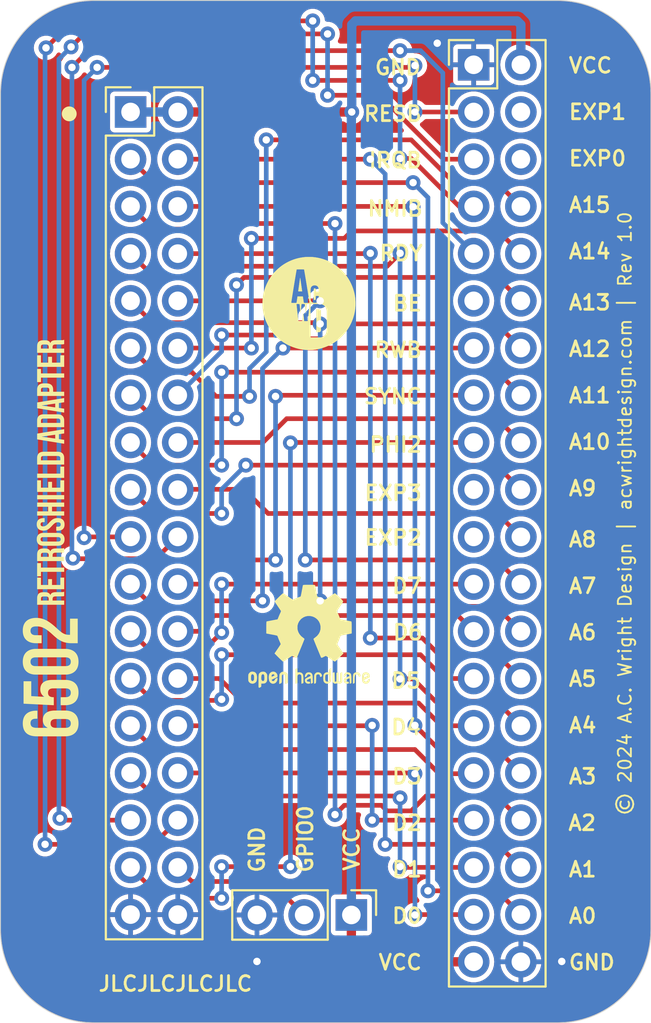
<source format=kicad_pcb>
(kicad_pcb (version 20240108) (generator "pcbnew") (generator_version "8.0")
  (title_block (title "6502 Retroshield Adapter") (date "2024-06-05") (rev "1.0") (company "A.C. Wright Design"))
  (layers (0 "F.Cu" signal "Top") (31 "B.Cu" signal "Bottom") (34 "B.Paste" user) (35 "F.Paste" user) (36 "B.SilkS" user "B.Silkscreen") (37 "F.SilkS" user "F.Silkscreen") (38 "B.Mask" user) (39 "F.Mask" user) (44 "Edge.Cuts" user))
  (net 0 "")
  (net 1 "GND")
  (net 2 "VCC")
  (net 3 "A2")
  (net 4 "A5")
  (net 5 "D0")
  (net 6 "IRQB")
  (net 7 "D3")
  (net 8 "D7")
  (net 9 "SYNC")
  (net 11 "A0")
  (net 12 "A9")
  (net 14 "NMIB")
  (net 15 "A1")
  (net 16 "RWB")
  (net 17 "A4")
  (net 18 "D5")
  (net 19 "A8")
  (net 20 "RESB")
  (net 21 "A15")
  (net 22 "A14")
  (net 23 "A13")
  (net 24 "A12")
  (net 25 "A11")
  (net 26 "A10")
  (net 27 "D2")
  (net 28 "D1")
  (net 29 "A6")
  (net 30 "D6")
  (net 31 "A7")
  (net 32 "A3")
  (net 33 "RDY")
  (net 36 "D4")
  (net 37 "PHI2")
  (net 39 "GPIO0")
  (footprint "Connector_PinHeader_2.54mm:PinHeader_2x20_P2.54mm_Vertical" (layer "F.Cu") (at 145.7611 77.2736)
    (property "Reference" "J1" (hide yes))
    (property "Value" "Conn_02x20_Odd_Even" (hide yes))
    (pad "1" thru_hole rect (at 0 0) (size 1.7 1.7) (drill 1) (layers "*.Cu" "*.Mask") (net 1 "GND"))
    (pad "2" thru_hole oval (at 2.54 0) (size 1.7 1.7) (drill 1) (layers "*.Cu" "*.Mask") (net 2 "VCC"))
    (pad "3" thru_hole oval (at 0 2.54) (size 1.7 1.7) (drill 1) (layers "*.Cu" "*.Mask") (net 20 "RESB"))
    (pad "4" thru_hole oval (at 2.54 2.54) (size 1.7 1.7) (drill 1) (layers "*.Cu" "*.Mask"))
    (pad "5" thru_hole oval (at 0 5.08) (size 1.7 1.7) (drill 1) (layers "*.Cu" "*.Mask") (net 6 "IRQB"))
    (pad "6" thru_hole oval (at 2.54 5.08) (size 1.7 1.7) (drill 1) (layers "*.Cu" "*.Mask"))
    (pad "7" thru_hole oval (at 0 7.62) (size 1.7 1.7) (drill 1) (layers "*.Cu" "*.Mask") (net 14 "NMIB"))
    (pad "8" thru_hole oval (at 2.54 7.62) (size 1.7 1.7) (drill 1) (layers "*.Cu" "*.Mask") (net 21 "A15"))
    (pad "9" thru_hole oval (at 0 10.16) (size 1.7 1.7) (drill 1) (layers "*.Cu" "*.Mask") (net 33 "RDY"))
    (pad "10" thru_hole oval (at 2.54 10.16) (size 1.7 1.7) (drill 1) (layers "*.Cu" "*.Mask") (net 22 "A14"))
    (pad "11" thru_hole oval (at 0 12.7) (size 1.7 1.7) (drill 1) (layers "*.Cu" "*.Mask"))
    (pad "12" thru_hole oval (at 2.54 12.7) (size 1.7 1.7) (drill 1) (layers "*.Cu" "*.Mask") (net 23 "A13"))
    (pad "13" thru_hole oval (at 0 15.24) (size 1.7 1.7) (drill 1) (layers "*.Cu" "*.Mask") (net 16 "RWB"))
    (pad "14" thru_hole oval (at 2.54 15.24) (size 1.7 1.7) (drill 1) (layers "*.Cu" "*.Mask") (net 24 "A12"))
    (pad "15" thru_hole oval (at 0 17.78) (size 1.7 1.7) (drill 1) (layers "*.Cu" "*.Mask") (net 9 "SYNC"))
    (pad "16" thru_hole oval (at 2.54 17.78) (size 1.7 1.7) (drill 1) (layers "*.Cu" "*.Mask") (net 25 "A11"))
    (pad "17" thru_hole oval (at 0 20.32) (size 1.7 1.7) (drill 1) (layers "*.Cu" "*.Mask") (net 37 "PHI2"))
    (pad "18" thru_hole oval (at 2.54 20.32) (size 1.7 1.7) (drill 1) (layers "*.Cu" "*.Mask") (net 26 "A10"))
    (pad "19" thru_hole oval (at 0 22.86) (size 1.7 1.7) (drill 1) (layers "*.Cu" "*.Mask"))
    (pad "20" thru_hole oval (at 2.54 22.86) (size 1.7 1.7) (drill 1) (layers "*.Cu" "*.Mask") (net 12 "A9"))
    (pad "21" thru_hole oval (at 0 25.4) (size 1.7 1.7) (drill 1) (layers "*.Cu" "*.Mask"))
    (pad "22" thru_hole oval (at 2.54 25.4) (size 1.7 1.7) (drill 1) (layers "*.Cu" "*.Mask") (net 19 "A8"))
    (pad "23" thru_hole oval (at 0 27.94) (size 1.7 1.7) (drill 1) (layers "*.Cu" "*.Mask") (net 8 "D7"))
    (pad "24" thru_hole oval (at 2.54 27.94) (size 1.7 1.7) (drill 1) (layers "*.Cu" "*.Mask") (net 31 "A7"))
    (pad "25" thru_hole oval (at 0 30.48) (size 1.7 1.7) (drill 1) (layers "*.Cu" "*.Mask") (net 30 "D6"))
    (pad "26" thru_hole oval (at 2.54 30.48) (size 1.7 1.7) (drill 1) (layers "*.Cu" "*.Mask") (net 29 "A6"))
    (pad "27" thru_hole oval (at 0 33.02) (size 1.7 1.7) (drill 1) (layers "*.Cu" "*.Mask") (net 18 "D5"))
    (pad "28" thru_hole oval (at 2.54 33.02) (size 1.7 1.7) (drill 1) (layers "*.Cu" "*.Mask") (net 4 "A5"))
    (pad "29" thru_hole oval (at 0 35.56) (size 1.7 1.7) (drill 1) (layers "*.Cu" "*.Mask") (net 36 "D4"))
    (pad "30" thru_hole oval (at 2.54 35.56) (size 1.7 1.7) (drill 1) (layers "*.Cu" "*.Mask") (net 17 "A4"))
    (pad "31" thru_hole oval (at 0 38.1) (size 1.7 1.7) (drill 1) (layers "*.Cu" "*.Mask") (net 7 "D3"))
    (pad "32" thru_hole oval (at 2.54 38.1) (size 1.7 1.7) (drill 1) (layers "*.Cu" "*.Mask") (net 32 "A3"))
    (pad "33" thru_hole oval (at 0 40.64) (size 1.7 1.7) (drill 1) (layers "*.Cu" "*.Mask") (net 27 "D2"))
    (pad "34" thru_hole oval (at 2.54 40.64) (size 1.7 1.7) (drill 1) (layers "*.Cu" "*.Mask") (net 3 "A2"))
    (pad "35" thru_hole oval (at 0 43.18) (size 1.7 1.7) (drill 1) (layers "*.Cu" "*.Mask") (net 28 "D1"))
    (pad "36" thru_hole oval (at 2.54 43.18) (size 1.7 1.7) (drill 1) (layers "*.Cu" "*.Mask") (net 15 "A1"))
    (pad "37" thru_hole oval (at 0 45.72) (size 1.7 1.7) (drill 1) (layers "*.Cu" "*.Mask") (net 5 "D0"))
    (pad "38" thru_hole oval (at 2.54 45.72) (size 1.7 1.7) (drill 1) (layers "*.Cu" "*.Mask") (net 11 "A0"))
    (pad "39" thru_hole oval (at 0 48.26) (size 1.7 1.7) (drill 1) (layers "*.Cu" "*.Mask") (net 2 "VCC"))
    (pad "40" thru_hole oval (at 2.54 48.26) (size 1.7 1.7) (drill 1) (layers "*.Cu" "*.Mask") (net 1 "GND"))
  )
  (footprint "6502 Logos:6502 Retroshield Adapter Logo 3mm" (layer "F.Cu") (at 123.0011 101.4136 90)
    (property "Reference" "G***" (hide yes))
    (property "Value" "LOGO" (hide yes))
  )
  (footprint "Connector_PinHeader_2.54mm:PinHeader_1x03_P2.54mm_Vertical" (layer "F.Cu") (at 139.1811 123.0136 -90)
    (property "Reference" "J3" (hide yes))
    (property "Value" "GPIO" (hide yes))
    (pad "1" thru_hole rect (at 0 0 270) (size 1.7 1.7) (drill 1) (layers "*.Cu" "*.Mask") (net 2 "VCC"))
    (pad "2" thru_hole oval (at 0 2.54 270) (size 1.7 1.7) (drill 1) (layers "*.Cu" "*.Mask") (net 39 "GPIO0"))
    (pad "3" thru_hole oval (at 0 5.08 270) (size 1.7 1.7) (drill 1) (layers "*.Cu" "*.Mask") (net 1 "GND"))
  )
  (footprint "A.C. Wright Logo:A.C. Wright Logo 5mm" (layer "F.Cu") (at 136.9011 90.1136)
    (property "Reference" "G***" (hide yes))
    (property "Value" "LOGO" (hide yes))
  )
  (footprint "6502 Parts:RetroshieldHeader" (layer "F.Cu") (at 127.3011 79.8136)
    (property "Reference" "J2" (hide yes))
    (property "Value" "Retroshield" (hide yes))
    (pad "1" thru_hole rect (at 0 0) (size 1.7 1.7) (drill 1) (layers "*.Cu" "*.Mask") (net 2 "VCC"))
    (pad "2" thru_hole oval (at 0 2.54) (size 1.7 1.7) (drill 1) (layers "*.Cu" "*.Mask") (net 11 "A0"))
    (pad "3" thru_hole oval (at 0 5.08) (size 1.7 1.7) (drill 1) (layers "*.Cu" "*.Mask") (net 3 "A2"))
    (pad "4" thru_hole oval (at 0 7.62) (size 1.7 1.7) (drill 1) (layers "*.Cu" "*.Mask") (net 17 "A4"))
    (pad "5" thru_hole oval (at 0 10.16) (size 1.7 1.7) (drill 1) (layers "*.Cu" "*.Mask") (net 29 "A6"))
    (pad "6" thru_hole oval (at 0 12.7) (size 1.7 1.7) (drill 1) (layers "*.Cu" "*.Mask") (net 21 "A15"))
    (pad "7" thru_hole oval (at 0 15.24) (size 1.7 1.7) (drill 1) (layers "*.Cu" "*.Mask") (net 23 "A13"))
    (pad "8" thru_hole oval (at 0 17.78) (size 1.7 1.7) (drill 1) (layers "*.Cu" "*.Mask") (net 25 "A11"))
    (pad "9" thru_hole oval (at 0 20.32) (size 1.7 1.7) (drill 1) (layers "*.Cu" "*.Mask") (net 12 "A9"))
    (pad "10" thru_hole oval (at 0 22.86) (size 1.7 1.7) (drill 1) (layers "*.Cu" "*.Mask") (net 20 "RESB"))
    (pad "11" thru_hole oval (at 0 25.4) (size 1.7 1.7) (drill 1) (layers "*.Cu" "*.Mask") (net 16 "RWB"))
    (pad "12" thru_hole oval (at 0 27.94) (size 1.7 1.7) (drill 1) (layers "*.Cu" "*.Mask") (net 8 "D7"))
    (pad "13" thru_hole oval (at 0 30.48) (size 1.7 1.7) (drill 1) (layers "*.Cu" "*.Mask") (net 18 "D5"))
    (pad "14" thru_hole oval (at 0 33.02) (size 1.7 1.7) (drill 1) (layers "*.Cu" "*.Mask") (net 7 "D3"))
    (pad "15" thru_hole oval (at 0 35.56) (size 1.7 1.7) (drill 1) (layers "*.Cu" "*.Mask") (net 28 "D1"))
    (pad "16" thru_hole oval (at 0 38.1) (size 1.7 1.7) (drill 1) (layers "*.Cu" "*.Mask") (net 6 "IRQB"))
    (pad "17" thru_hole oval (at 0 40.64) (size 1.7 1.7) (drill 1) (layers "*.Cu" "*.Mask") (net 37 "PHI2"))
    (pad "18" thru_hole oval (at 0 43.18) (size 1.7 1.7) (drill 1) (layers "*.Cu" "*.Mask") (net 1 "GND"))
    (pad "19" thru_hole oval (at 2.54 43.18) (size 1.7 1.7) (drill 1) (layers "*.Cu" "*.Mask") (net 1 "GND"))
    (pad "20" thru_hole oval (at 2.54 40.64) (size 1.7 1.7) (drill 1) (layers "*.Cu" "*.Mask") (net 39 "GPIO0"))
    (pad "21" thru_hole oval (at 2.54 38.1) (size 1.7 1.7) (drill 1) (layers "*.Cu" "*.Mask") (net 14 "NMIB"))
    (pad "22" thru_hole oval (at 2.54 35.56) (size 1.7 1.7) (drill 1) (layers "*.Cu" "*.Mask") (net 5 "D0"))
    (pad "23" thru_hole oval (at 2.54 33.02) (size 1.7 1.7) (drill 1) (layers "*.Cu" "*.Mask") (net 27 "D2"))
    (pad "24" thru_hole oval (at 2.54 30.48) (size 1.7 1.7) (drill 1) (layers "*.Cu" "*.Mask") (net 36 "D4"))
    (pad "25" thru_hole oval (at 2.54 27.94) (size 1.7 1.7) (drill 1) (layers "*.Cu" "*.Mask") (net 30 "D6"))
    (pad "26" thru_hole oval (at 2.54 25.4) (size 1.7 1.7) (drill 1) (layers "*.Cu" "*.Mask") (net 9 "SYNC"))
    (pad "27" thru_hole oval (at 2.54 22.86) (size 1.7 1.7) (drill 1) (layers "*.Cu" "*.Mask") (net 33 "RDY"))
    (pad "28" thru_hole oval (at 2.54 20.32) (size 1.7 1.7) (drill 1) (layers "*.Cu" "*.Mask") (net 19 "A8"))
    (pad "29" thru_hole oval (at 2.54 17.78) (size 1.7 1.7) (drill 1) (layers "*.Cu" "*.Mask") (net 26 "A10"))
    (pad "30" thru_hole oval (at 2.54 15.24) (size 1.7 1.7) (drill 1) (layers "*.Cu" "*.Mask") (net 24 "A12"))
    (pad "31" thru_hole oval (at 2.54 12.7) (size 1.7 1.7) (drill 1) (layers "*.Cu" "*.Mask") (net 22 "A14"))
    (pad "32" thru_hole oval (at 2.54 10.16) (size 1.7 1.7) (drill 1) (layers "*.Cu" "*.Mask") (net 31 "A7"))
    (pad "33" thru_hole oval (at 2.54 7.62) (size 1.7 1.7) (drill 1) (layers "*.Cu" "*.Mask") (net 4 "A5"))
    (pad "34" thru_hole oval (at 2.54 5.08) (size 1.7 1.7) (drill 1) (layers "*.Cu" "*.Mask") (net 32 "A3"))
    (pad "35" thru_hole oval (at 2.54 2.54) (size 1.7 1.7) (drill 1) (layers "*.Cu" "*.Mask") (net 15 "A1"))
    (pad "36" thru_hole oval (at 2.54 0) (size 1.7 1.7) (drill 1) (layers "*.Cu" "*.Mask") (net 2 "VCC"))
  )
  (footprint "Symbol:OSHW-Logo2_7.3x6mm_SilkScreen" (layer "F.Cu") (at 136.9011 108.0136)
    (property "Reference" "REF**" (hide yes))
    (property "Value" "OSHW-Logo2_7.3x6mm_SilkScreen" (hide yes))
  )
  (gr_circle (center 124.0011 79.9136) (end 124.2011 79.9136) (stroke (width 0.4)) (fill none) (layer "F.SilkS"))
  (gr_arc (start 155.3011 123.8136) (mid 153.836634 127.349134) (end 150.3011 128.8136) (stroke (width 0.05)) (layer "Edge.Cuts"))
  (gr_line (start 125.3011 128.8136) (end 145.3011 128.8136) (stroke (width 0.05)) (layer "Edge.Cuts"))
  (gr_line (start 145.3011 73.8136) (end 125.3011 73.8136) (stroke (width 0.05)) (layer "Edge.Cuts"))
  (gr_arc (start 125.3011 128.8136) (mid 121.765566 127.349134) (end 120.3011 123.8136) (stroke (width 0.05)) (layer "Edge.Cuts"))
  (gr_arc (start 120.3011 78.8136) (mid 121.765566 75.278066) (end 125.3011 73.8136) (stroke (width 0.05)) (layer "Edge.Cuts"))
  (gr_line (start 150.3011 73.8136) (end 145.3011 73.8136) (stroke (width 0.05)) (layer "Edge.Cuts"))
  (gr_line (start 155.3011 123.8136) (end 155.3011 78.8136) (stroke (width 0.05)) (layer "Edge.Cuts"))
  (gr_arc (start 150.3011 73.8136) (mid 153.836634 75.278066) (end 155.3011 78.8136) (stroke (width 0.05)) (layer "Edge.Cuts"))
  (gr_line (start 145.3011 128.8136) (end 150.3011 128.8136) (stroke (width 0.05)) (layer "Edge.Cuts"))
  (gr_line (start 120.3011 123.8136) (end 120.3011 78.8136) (stroke (width 0.05)) (layer "Edge.Cuts"))
  (gr_text "GND" (at 143.0011 77.4136 0) (layer "F.SilkS") (effects (font (size 0.8 0.8) (thickness 0.15) (bold yes)) (justify right)))
  (gr_text "GND" (at 134.1011 120.8136 90) (layer "F.SilkS") (effects (font (size 0.8 0.8) (thickness 0.15) (bold yes)) (justify left)))
  (gr_text "D5" (at 143.0011 110.4136 0) (layer "F.SilkS") (effects (font (size 0.8 0.8) (thickness 0.15) (bold yes)) (justify right)))
  (gr_text "A7" (at 150.8011 105.3136 0) (layer "F.SilkS") (effects (font (size 0.8 0.8) (thickness 0.15) (bold yes)) (justify left)))
  (gr_text "EXP2" (at 143.0511 102.7136 0) (layer "F.SilkS") (effects (font (size 0.8 0.8) (thickness 0.15) (bold yes)) (justify right)))
  (gr_text "EXP0" (at 150.8011 82.3136 0) (layer "F.SilkS") (effects (font (size 0.8 0.8) (thickness 0.15) (bold yes)) (justify left)))
  (gr_text "RESB" (at 143.0511 79.9136 0) (layer "F.SilkS") (effects (font (size 0.8 0.8) (thickness 0.15) (bold yes)) (justify right)))
  (gr_text "PHI2" (at 143.0511 97.7136 0) (layer "F.SilkS") (effects (font (size 0.8 0.8) (thickness 0.15) (bold yes)) (justify right)))
  (gr_text "A4" (at 150.8011 112.8136 0) (layer "F.SilkS") (effects (font (size 0.8 0.8) (thickness 0.15) (bold yes)) (justify left)))
  (gr_text "A1" (at 150.8011 120.5636 0) (layer "F.SilkS") (effects (font (size 0.8 0.8) (thickness 0.15) (bold yes)) (justify left)))
  (gr_text "VCC" (at 143.0511 125.5636 0) (layer "F.SilkS") (effects (font (size 0.8 0.8) (thickness 0.15) (bold yes)) (justify right)))
  (gr_text "A2" (at 150.7761 118.0636 0) (layer "F.SilkS") (effects (font (size 0.8 0.8) (thickness 0.15) (bold yes)) (justify left)))
  (gr_text "A12" (at 150.8011 92.5636 0) (layer "F.SilkS") (effects (font (size 0.8 0.8) (thickness 0.15) (bold yes)) (justify left)))
  (gr_text "VCC" (at 150.8011 77.3136 0) (layer "F.SilkS") (effects (font (size 0.8 0.8) (thickness 0.15) (bold yes)) (justify left)))
  (gr_text "D2" (at 143.0511 118.0636 0) (layer "F.SilkS") (effects (font (size 0.8 0.8) (thickness 0.15) (bold yes)) (justify right)))
  (gr_text "SYNC" (at 143.0511 95.1136 0) (layer "F.SilkS") (effects (font (size 0.8 0.8) (thickness 0.15) (bold yes)) (justify right)))
  (gr_text "D1" (at 143.0511 120.5636 0) (layer "F.SilkS") (effects (font (size 0.8 0.8) (thickness 0.15) (bold yes)) (justify right)))
  (gr_text "A6" (at 150.8011 107.8136 0) (layer "F.SilkS") (effects (font (size 0.8 0.8) (thickness 0.15) (bold yes)) (justify left)))
  (gr_text "GND" (at 150.8011 125.5636 0) (layer "F.SilkS") (effects (font (size 0.8 0.8) (thickness 0.15) (bold yes)) (justify left)))
  (gr_text "BE" (at 143.0511 90.1136 0) (layer "F.SilkS") (effects (font (size 0.8 0.8) (thickness 0.15) (bold yes)) (justify right)))
  (gr_text "A0" (at 150.8011 123.0636 0) (layer "F.SilkS") (effects (font (size 0.8 0.8) (thickness 0.15) (bold yes)) (justify left)))
  (gr_text "A13" (at 150.8011 90.0636 0) (layer "F.SilkS") (effects (font (size 0.8 0.8) (thickness 0.15) (bold yes)) (justify left)))
  (gr_text "D4" (at 143.0011 112.9136 0) (layer "F.SilkS") (effects (font (size 0.8 0.8) (thickness 0.15) (bold yes)) (justify right)))
  (gr_text "D0" (at 143.0511 123.0636 0) (layer "F.SilkS") (effects (font (size 0.8 0.8) (thickness 0.15) (bold yes)) (justify right)))
  (gr_text "D7" (at 143.0511 105.3136 0) (layer "F.SilkS") (effects (font (size 0.8 0.8) (thickness 0.15) (bold yes)) (justify right)))
  (gr_text "JLCJLCJLCJLC" (at 125.5011 126.7136 0) (layer "F.SilkS") (effects (font (size 0.8 0.8)) (justify left)))
  (gr_text "A10" (at 150.8011 97.5636 0) (layer "F.SilkS") (effects (font (size 0.8 0.8) (thickness 0.15) (bold yes)) (justify left)))
  (gr_text "A15" (at 150.8011 84.8136 0) (layer "F.SilkS") (effects (font (size 0.8 0.8) (thickness 0.15) (bold yes)) (justify left)))
  (gr_text "VCC" (at 139.2011 120.7136 90) (layer "F.SilkS") (effects (font (size 0.8 0.8) (thickness 0.15) (bold yes)) (justify left)))
  (gr_text "RDY" (at 143.1011 87.4136 0) (layer "F.SilkS") (effects (font (size 0.8 0.8) (thickness 0.15) (bold yes)) (justify right)))
  (gr_text "D6" (at 143.1011 107.8136 0) (layer "F.SilkS") (effects (font (size 0.8 0.8) (thickness 0.15) (bold yes)) (justify right)))
  (gr_text "© 2024 A.C. Wright Design | acwrightdesign.com | Rev 1.0" (at 153.9011 101.4136 90) (layer "F.SilkS") (effects (font (size 0.7 0.7) (thickness 0.1))))
  (gr_text "NMIB" (at 143.1011 85.0136 0) (layer "F.SilkS") (effects (font (size 0.8 0.8) (thickness 0.15) (bold yes)) (justify right)))
  (gr_text "RWB" (at 143.0511 92.6136 0) (layer "F.SilkS") (effects (font (size 0.8 0.8) (thickness 0.15) (bold yes)) (justify right)))
  (gr_text "A14" (at 150.8011 87.3136 0) (layer "F.SilkS") (effects (font (size 0.8 0.8) (thickness 0.15) (bold yes)) (justify left)))
  (gr_text "A11" (at 150.8011 95.0636 0) (layer "F.SilkS") (effects (font (size 0.8 0.8) (thickness 0.15) (bold yes)) (justify left)))
  (gr_text "EXP1" (at 150.8011 79.8136 0) (layer "F.SilkS") (effects (font (size 0.8 0.8) (thickness 0.15) (bold yes)) (justify left)))
  (gr_text "GPIO0" (at 136.7011 120.8136 90) (layer "F.SilkS") (effects (font (size 0.8 0.8) (thickness 0.15) (bold yes)) (justify left)))
  (gr_text "IRQB" (at 143.0511 82.4136 0) (layer "F.SilkS") (effects (font (size 0.8 0.8) (thickness 0.15) (bold yes)) (justify right)))
  (gr_text "D3" (at 143.0511 115.5636 0) (layer "F.SilkS") (effects (font (size 0.8 0.8) (thickness 0.15) (bold yes)) (justify right)))
  (gr_text "EXP3\n" (at 143.0511 100.3136 0) (layer "F.SilkS") (effects (font (size 0.8 0.8) (thickness 0.15) (bold yes)) (justify right)))
  (gr_text "A3" (at 150.8011 115.5636 0) (layer "F.SilkS") (effects (font (size 0.8 0.8) (thickness 0.15) (bold yes)) (justify left)))
  (gr_text "A5" (at 150.8011 110.3136 0) (layer "F.SilkS") (effects (font (size 0.8 0.8) (thickness 0.15) (bold yes)) (justify left)))
  (gr_text "A9" (at 150.8011 100.0636 0) (layer "F.SilkS") (effects (font (size 0.8 0.8) (thickness 0.15) (bold yes)) (justify left)))
  (gr_text "A8" (at 150.8011 102.8136 0) (layer "F.SilkS") (effects (font (size 0.8 0.8) (thickness 0.15) (bold yes)) (justify left)))
  (via (at 143.8011 76.1136) (size 0.8) (drill 0.4) (layers "F.Cu" "B.Cu") (net 1))
  (via (at 150.5011 125.5136) (size 0.8) (drill 0.4) (layers "F.Cu" "B.Cu") (net 1))
  (via (at 134.1011 125.5136) (size 0.8) (drill 0.4) (layers "F.Cu" "B.Cu") (net 1))
  (segment (start 139.2011 79.8136) (end 129.8411 79.8136) (width 0.5) (layer "F.Cu") (net 2))
  (segment (start 139.1811 125.2936) (end 139.1811 123.0136) (width 0.5) (layer "F.Cu") (net 2))
  (segment (start 145.7611 125.5336) (end 139.4211 125.5336) (width 0.5) (layer "F.Cu") (net 2))
  (segment (start 139.4211 125.5336) (end 139.1811 125.2936) (width 0.5) (layer "F.Cu") (net 2))
  (via (at 139.2011 79.8136) (size 0.8) (drill 0.4) (layers "F.Cu" "B.Cu") (net 2))
  (segment (start 148.1011 74.9136) (end 139.4011 74.9136) (width 0.5) (layer "B.Cu") (net 2))
  (segment (start 139.4011 74.9136) (end 139.2011 75.1136) (width 0.5) (layer "B.Cu") (net 2))
  (segment (start 139.1811 123.0136) (end 139.1811 79.8336) (width 0.5) (layer "B.Cu") (net 2))
  (segment (start 127.3011 79.8136) (end 129.8411 79.8136) (width 0.5) (layer "B.Cu") (net 2))
  (segment (start 148.3011 77.2736) (end 148.3011 75.1136) (width 0.5) (layer "B.Cu") (net 2))
  (segment (start 148.3011 75.1136) (end 148.1011 74.9136) (width 0.5) (layer "B.Cu") (net 2))
  (segment (start 139.1811 79.8336) (end 139.2011 79.8136) (width 0.5) (layer "B.Cu") (net 2))
  (segment (start 139.2011 75.1136) (end 139.2011 79.8136) (width 0.5) (layer "B.Cu") (net 2))
  (segment (start 131.3011 85.8136) (end 131.0011 86.1136) (width 0.25) (layer "F.Cu") (net 3))
  (segment (start 138.8011 117.1136) (end 138.3011 117.6136) (width 0.25) (layer "F.Cu") (net 3))
  (segment (start 131.0011 86.1136) (end 128.5211 86.1136) (width 0.25) (layer "F.Cu") (net 3))
  (segment (start 138.3011 85.8136) (end 131.3011 85.8136) (width 0.25) (layer "F.Cu") (net 3))
  (segment (start 128.5211 86.1136) (end 127.3011 84.8936) (width 0.25) (layer "F.Cu") (net 3))
  (segment (start 148.3011 117.9136) (end 147.0011 116.6136) (width 0.25) (layer "F.Cu") (net 3))
  (segment (start 142.4011 117.4136) (end 141.1011 117.4136) (width 0.25) (layer "F.Cu") (net 3))
  (segment (start 143.2011 116.6136) (end 142.4011 117.4136) (width 0.25) (layer "F.Cu") (net 3))
  (segment (start 141.1011 117.4136) (end 140.8011 117.1136) (width 0.25) (layer "F.Cu") (net 3))
  (segment (start 147.0011 116.6136) (end 143.2011 116.6136) (width 0.25) (layer "F.Cu") (net 3))
  (segment (start 140.8011 117.1136) (end 138.8011 117.1136) (width 0.25) (layer "F.Cu") (net 3))
  (via (at 138.3011 117.6136) (size 0.8) (drill 0.4) (layers "F.Cu" "B.Cu") (net 3))
  (via (at 138.3011 85.8136) (size 0.8) (drill 0.4) (layers "F.Cu" "B.Cu") (net 3))
  (segment (start 138.3011 85.8136) (end 138.3011 117.6136) (width 0.25) (layer "B.Cu") (net 3))
  (segment (start 147.0211 109.0136) (end 148.3011 110.2936) (width 0.25) (layer "F.Cu") (net 4))
  (segment (start 140.1811 87.4336) (end 140.2011 87.4136) (width 0.25) (layer "F.Cu") (net 4))
  (segment (start 143.9011 109.0136) (end 147.0211 109.0136) (width 0.25) (layer "F.Cu") (net 4))
  (segment (start 129.8411 87.4336) (end 140.1811 87.4336) (width 0.25) (layer "F.Cu") (net 4))
  (segment (start 143.0011 108.1136) (end 143.9011 109.0136) (width 0.25) (layer "F.Cu") (net 4))
  (segment (start 140.2011 108.1136) (end 143.0011 108.1136) (width 0.25) (layer "F.Cu") (net 4))
  (via (at 140.2011 108.1136) (size 0.8) (drill 0.4) (layers "F.Cu" "B.Cu") (net 4))
  (via (at 140.2011 87.4136) (size 0.8) (drill 0.4) (layers "F.Cu" "B.Cu") (net 4))
  (segment (start 140.2011 108.1136) (end 140.2011 87.4136) (width 0.25) (layer "B.Cu") (net 4))
  (segment (start 145.7611 122.9936) (end 142.6211 122.9936) (width 0.25) (layer "F.Cu") (net 5))
  (segment (start 142.6211 122.9936) (end 142.6011 123.0136) (width 0.25) (layer "F.Cu") (net 5))
  (segment (start 142.5611 115.3736) (end 129.8411 115.3736) (width 0.25) (layer "F.Cu") (net 5))
  (segment (start 142.6011 115.4136) (end 142.5611 115.3736) (width 0.25) (layer "F.Cu") (net 5))
  (via (at 142.6011 123.0136) (size 0.8) (drill 0.4) (layers "F.Cu" "B.Cu") (net 5))
  (via (at 142.6011 115.4136) (size 0.8) (drill 0.4) (layers "F.Cu" "B.Cu") (net 5))
  (segment (start 142.6011 123.0136) (end 142.6011 115.4136) (width 0.25) (layer "B.Cu") (net 5))
  (segment (start 124.1011 76.3136) (end 124.8011 75.6136) (width 0.25) (layer "F.Cu") (net 6))
  (segment (start 123.6011 117.9136) (end 123.5011 117.8136) (width 0.25) (layer "F.Cu") (net 6))
  (segment (start 124.8011 75.6136) (end 137.9011 75.6136) (width 0.25) (layer "F.Cu") (net 6))
  (segment (start 127.3011 117.9136) (end 123.6011 117.9136) (width 0.25) (layer "F.Cu") (net 6))
  (segment (start 137.9011 78.9136) (end 140.7011 78.9136) (width 0.25) (layer "F.Cu") (net 6))
  (segment (start 140.7011 78.9136) (end 144.1411 82.3536) (width 0.25) (layer "F.Cu") (net 6))
  (segment (start 144.1411 82.3536) (end 145.7611 82.3536) (width 0.25) (layer "F.Cu") (net 6))
  (via (at 137.9011 78.9136) (size 0.8) (drill 0.4) (layers "F.Cu" "B.Cu") (net 6))
  (via (at 123.5011 117.8136) (size 0.8) (drill 0.4) (layers "F.Cu" "B.Cu") (net 6))
  (via (at 137.9011 75.6136) (size 0.8) (drill 0.4) (layers "F.Cu" "B.Cu") (net 6))
  (via (at 124.1011 76.3136) (size 0.8) (drill 0.4) (layers "F.Cu" "B.Cu") (net 6))
  (segment (start 124.1011 76.3136) (end 123.4461 76.9686) (width 0.25) (layer "B.Cu") (net 6))
  (segment (start 123.4461 76.9686) (end 123.4461 117.7586) (width 0.25) (layer "B.Cu") (net 6))
  (segment (start 123.4461 117.7586) (end 123.5011 117.8136) (width 0.25) (layer "B.Cu") (net 6))
  (segment (start 137.9011 78.9136) (end 137.9011 75.6136) (width 0.25) (layer "B.Cu") (net 6))
  (segment (start 145.7611 115.3736) (end 145.7211 115.4136) (width 0.25) (layer "F.Cu") (net 7))
  (segment (start 143.9011 115.4136) (end 142.6011 114.1136) (width 0.25) (layer "F.Cu") (net 7))
  (segment (start 128.5811 114.1136) (end 127.3011 112.8336) (width 0.25) (layer "F.Cu") (net 7))
  (segment (start 145.7211 115.4136) (end 143.9011 115.4136) (width 0.25) (layer "F.Cu") (net 7))
  (segment (start 142.6011 114.1136) (end 128.5811 114.1136) (width 0.25) (layer "F.Cu") (net 7))
  (segment (start 127.3011 107.7536) (end 128.5611 109.0136) (width 0.25) (layer "F.Cu") (net 8))
  (segment (start 128.5611 109.0136) (end 130.0011 109.0136) (width 0.25) (layer "F.Cu") (net 8))
  (segment (start 131.0011 109.0136) (end 132.2011 107.8136) (width 0.25) (layer "F.Cu") (net 8))
  (segment (start 130.0011 109.0136) (end 131.0011 109.0136) (width 0.25) (layer "F.Cu") (net 8))
  (segment (start 132.2011 105.2136) (end 145.7611 105.2136) (width 0.25) (layer "F.Cu") (net 8))
  (via (at 132.2011 105.2136) (size 0.8) (drill 0.4) (layers "F.Cu" "B.Cu") (net 8))
  (via (at 132.2011 107.8136) (size 0.8) (drill 0.4) (layers "F.Cu" "B.Cu") (net 8))
  (segment (start 132.2011 107.8136) (end 132.2011 105.2136) (width 0.25) (layer "B.Cu") (net 8))
  (segment (start 145.7611 95.0536) (end 135.1611 95.0536) (width 0.25) (layer "F.Cu") (net 9))
  (segment (start 135.1611 95.0536) (end 135.1011 95.1136) (width 0.25) (layer "F.Cu") (net 9))
  (segment (start 131.1011 105.2136) (end 129.8411 105.2136) (width 0.25) (layer "F.Cu") (net 9))
  (segment (start 135.1011 103.9136) (end 132.4011 103.9136) (width 0.25) (layer "F.Cu") (net 9))
  (segment (start 132.4011 103.9136) (end 131.1011 105.2136) (width 0.25) (layer "F.Cu") (net 9))
  (via (at 135.1011 95.1136) (size 0.8) (drill 0.4) (layers "F.Cu" "B.Cu") (net 9))
  (via (at 135.1011 103.9136) (size 0.8) (drill 0.4) (layers "F.Cu" "B.Cu") (net 9))
  (segment (start 135.1011 95.1136) (end 135.1011 103.9136) (width 0.25) (layer "B.Cu") (net 9))
  (segment (start 148.3011 122.9936) (end 147.0211 121.7136) (width 0.25) (layer "F.Cu") (net 11))
  (segment (start 147.0211 121.7136) (end 145.5011 121.7136) (width 0.25) (layer "F.Cu") (net 11))
  (segment (start 142.5011 83.6136) (end 128.5611 83.6136) (width 0.25) (layer "F.Cu") (net 11))
  (segment (start 145.5011 121.7136) (end 143.3011 121.7136) (width 0.25) (layer "F.Cu") (net 11))
  (segment (start 128.5611 83.6136) (end 127.3011 82.3536) (width 0.25) (layer "F.Cu") (net 11))
  (via (at 143.3011 121.7136) (size 0.8) (drill 0.4) (layers "F.Cu" "B.Cu") (net 11))
  (via (at 142.5011 83.6136) (size 0.8) (drill 0.4) (layers "F.Cu" "B.Cu") (net 11))
  (segment (start 143.3011 84.4136) (end 142.5011 83.6136) (width 0.25) (layer "B.Cu") (net 11))
  (segment (start 143.3011 121.7136) (end 143.3011 84.4136) (width 0.25) (layer "B.Cu") (net 11))
  (segment (start 146.9811 98.8136) (end 148.3011 100.1336) (width 0.25) (layer "F.Cu") (net 12))
  (segment (start 133.5011 98.8136) (end 146.9811 98.8136) (width 0.25) (layer "F.Cu") (net 12))
  (segment (start 130.3011 101.4136) (end 132.2011 101.4136) (width 0.25) (layer "F.Cu") (net 12))
  (segment (start 128.5811 101.4136) (end 130.3011 101.4136) (width 0.25) (layer "F.Cu") (net 12))
  (segment (start 127.3011 100.1336) (end 128.5811 101.4136) (width 0.25) (layer "F.Cu") (net 12))
  (via (at 133.5011 98.8136) (size 0.8) (drill 0.4) (layers "F.Cu" "B.Cu") (net 12))
  (via (at 132.2011 101.4136) (size 0.8) (drill 0.4) (layers "F.Cu" "B.Cu") (net 12))
  (segment (start 132.2011 100.1136) (end 132.2011 101.4136) (width 0.25) (layer "B.Cu") (net 12))
  (segment (start 133.5011 98.8136) (end 132.2011 100.1136) (width 0.25) (layer "B.Cu") (net 12))
  (segment (start 122.7011 119.2136) (end 128.5411 119.2136) (width 0.25) (layer "F.Cu") (net 14))
  (segment (start 143.4011 83.3136) (end 142.4011 82.3136) (width 0.25) (layer "F.Cu") (net 14))
  (segment (start 124.2011 74.9136) (end 137.1011 74.9136) (width 0.25) (layer "F.Cu") (net 14))
  (segment (start 144.9811 84.8936) (end 143.4011 83.3136) (width 0.25) (layer "F.Cu") (net 14))
  (segment (start 145.7611 84.8936) (end 144.9811 84.8936) (width 0.25) (layer "F.Cu") (net 14))
  (segment (start 142.4011 82.3136) (end 141.8011 82.3136) (width 0.25) (layer "F.Cu") (net 14))
  (segment (start 122.7511 76.3636) (end 124.2011 74.9136) (width 0.25) (layer "F.Cu") (net 14))
  (segment (start 141.8011 78.1136) (end 137.1011 78.1136) (width 0.25) (layer "F.Cu") (net 14))
  (segment (start 128.5411 119.2136) (end 129.8411 117.9136) (width 0.25) (layer "F.Cu") (net 14))
  (via (at 137.1011 78.1136) (size 0.8) (drill 0.4) (layers "F.Cu" "B.Cu") (net 14))
  (via (at 141.8011 78.1136) (size 0.8) (drill 0.4) (layers "F.Cu" "B.Cu") (net 14))
  (via (at 122.7511 76.3636) (size 0.8) (drill 0.4) (layers "F.Cu" "B.Cu") (net 14))
  (via (at 137.1011 74.9136) (size 0.8) (drill 0.4) (layers "F.Cu" "B.Cu") (net 14))
  (via (at 141.8011 82.3136) (size 0.8) (drill 0.4) (layers "F.Cu" "B.Cu") (net 14))
  (via (at 122.7011 119.2136) (size 0.8) (drill 0.4) (layers "F.Cu" "B.Cu") (net 14))
  (segment (start 122.7011 76.4136) (end 122.7511 76.3636) (width 0.25) (layer "B.Cu") (net 14))
  (segment (start 122.7011 119.2136) (end 122.7011 76.4136) (width 0.25) (layer "B.Cu") (net 14))
  (segment (start 137.1011 78.1136) (end 137.1011 74.9136) (width 0.25) (layer "B.Cu") (net 14))
  (segment (start 141.8011 82.3136) (end 141.8011 78.1136) (width 0.25) (layer "B.Cu") (net 14))
  (segment (start 147.0611 119.2136) (end 146.0011 119.2136) (width 0.25) (layer "F.Cu") (net 15))
  (segment (start 140.2011 82.3536) (end 129.8411 82.3536) (width 0.25) (layer "F.Cu") (net 15))
  (segment (start 146.0011 119.2136) (end 141.0011 119.2136) (width 0.25) (layer "F.Cu") (net 15))
  (segment (start 148.3011 120.4536) (end 147.0611 119.2136) (width 0.25) (layer "F.Cu") (net 15))
  (via (at 140.2011 82.3536) (size 0.8) (drill 0.4) (layers "F.Cu" "B.Cu") (net 15))
  (via (at 141.0011 119.2136) (size 0.8) (drill 0.4) (layers "F.Cu" "B.Cu") (net 15))
  (segment (start 141.0011 83.1536) (end 140.2011 82.3536) (width 0.25) (layer "B.Cu") (net 15))
  (segment (start 141.0011 119.2136) (end 141.0011 83.1536) (width 0.25) (layer "B.Cu") (net 15))
  (segment (start 130.8011 106.5136) (end 128.6011 106.5136) (width 0.25) (layer "F.Cu") (net 16))
  (segment (start 135.5011 92.5136) (end 145.7611 92.5136) (width 0.25) (layer "F.Cu") (net 16))
  (segment (start 131.2011 106.1136) (end 130.8011 106.5136) (width 0.25) (layer "F.Cu") (net 16))
  (segment (start 134.4011 106.1136) (end 131.2011 106.1136) (width 0.25) (layer "F.Cu") (net 16))
  (segment (start 128.6011 106.5136) (end 127.3011 105.2136) (width 0.25) (layer "F.Cu") (net 16))
  (via (at 134.4011 106.1136) (size 0.8) (drill 0.4) (layers "F.Cu" "B.Cu") (net 16))
  (via (at 135.5011 92.5136) (size 0.8) (drill 0.4) (layers "F.Cu" "B.Cu") (net 16))
  (segment (start 134.4011 93.6136) (end 134.4011 106.1136) (width 0.25) (layer "B.Cu") (net 16))
  (segment (start 135.5011 92.5136) (end 134.4011 93.6136) (width 0.25) (layer "B.Cu") (net 16))
  (segment (start 131.0011 88.7136) (end 128.5811 88.7136) (width 0.25) (layer "F.Cu") (net 17))
  (segment (start 128.5811 88.7136) (end 127.3011 87.4336) (width 0.25) (layer "F.Cu") (net 17))
  (segment (start 141.1011 88.1136) (end 131.6011 88.1136) (width 0.25) (layer "F.Cu") (net 17))
  (segment (start 146.9811 111.5136) (end 143.7011 111.5136) (width 0.25) (layer "F.Cu") (net 17))
  (segment (start 143.7011 111.5136) (end 142.5011 110.3136) (width 0.25) (layer "F.Cu") (net 17))
  (segment (start 148.3011 112.8336) (end 146.9811 111.5136) (width 0.25) (layer "F.Cu") (net 17))
  (segment (start 131.6011 88.1136) (end 131.0011 88.7136) (width 0.25) (layer "F.Cu") (net 17))
  (segment (start 142.5011 110.3136) (end 141.8011 110.3136) (width 0.25) (layer "F.Cu") (net 17))
  (segment (start 141.8011 87.4136) (end 141.1011 88.1136) (width 0.25) (layer "F.Cu") (net 17))
  (via (at 141.8011 87.4136) (size 0.8) (drill 0.4) (layers "F.Cu" "B.Cu") (net 17))
  (via (at 141.8011 110.3136) (size 0.8) (drill 0.4) (layers "F.Cu" "B.Cu") (net 17))
  (segment (start 141.8011 110.3136) (end 141.8011 87.4136) (width 0.25) (layer "B.Cu") (net 17))
  (segment (start 132.2011 109.0136) (end 142.9011 109.0136) (width 0.25) (layer "F.Cu") (net 18))
  (segment (start 144.2011 110.3136) (end 144.2211 110.2936) (width 0.25) (layer "F.Cu") (net 18))
  (segment (start 144.2211 110.2936) (end 145.7611 110.2936) (width 0.25) (layer "F.Cu") (net 18))
  (segment (start 132.1461 111.4686) (end 132.2011 111.4136) (width 0.25) (layer "F.Cu") (net 18))
  (segment (start 142.9011 109.0136) (end 144.2011 110.3136) (width 0.25) (layer "F.Cu") (net 18))
  (segment (start 127.3011 110.2936) (end 128.4761 111.4686) (width 0.25) (layer "F.Cu") (net 18))
  (segment (start 128.4761 111.4686) (end 132.1461 111.4686) (width 0.25) (layer "F.Cu") (net 18))
  (via (at 132.2011 109.0136) (size 0.8) (drill 0.4) (layers "F.Cu" "B.Cu") (net 18))
  (via (at 132.2011 111.4136) (size 0.8) (drill 0.4) (layers "F.Cu" "B.Cu") (net 18))
  (segment (start 132.2011 111.4136) (end 132.2011 109.0136) (width 0.25) (layer "B.Cu") (net 18))
  (segment (start 133.4011 100.1136) (end 129.8611 100.1136) (width 0.25) (layer "F.Cu") (net 19))
  (segment (start 134.7011 101.4136) (end 133.4011 100.1136) (width 0.25) (layer "F.Cu") (net 19))
  (segment (start 129.8611 100.1136) (end 129.8411 100.1336) (width 0.25) (layer "F.Cu") (net 19))
  (segment (start 147.0411 101.4136) (end 134.7011 101.4136) (width 0.25) (layer "F.Cu") (net 19))
  (segment (start 148.3011 102.6736) (end 147.0411 101.4136) (width 0.25) (layer "F.Cu") (net 19))
  (segment (start 127.3011 102.6736) (end 124.8411 102.6736) (width 0.25) (layer "F.Cu") (net 20))
  (segment (start 142.6011 79.8136) (end 145.7611 79.8136) (width 0.25) (layer "F.Cu") (net 20))
  (segment (start 124.8411 102.6736) (end 124.8011 102.7136) (width 0.25) (layer "F.Cu") (net 20))
  (segment (start 142.5011 77.4136) (end 142.6011 77.3136) (width 0.25) (layer "F.Cu") (net 20))
  (segment (start 125.5011 77.4136) (end 142.5011 77.4136) (width 0.25) (layer "F.Cu") (net 20))
  (via (at 125.5011 77.4136) (size 0.8) (drill 0.4) (layers "F.Cu" "B.Cu") (net 20))
  (via (at 142.6011 79.8136) (size 0.8) (drill 0.4) (layers "F.Cu" "B.Cu") (net 20))
  (via (at 142.6011 77.3136) (size 0.8) (drill 0.4) (layers "F.Cu" "B.Cu") (net 20))
  (via (at 124.8011 102.7136) (size 0.8) (drill 0.4) (layers "F.Cu" "B.Cu") (net 20))
  (segment (start 142.6011 77.3136) (end 142.6011 79.8136) (width 0.25) (layer "B.Cu") (net 20))
  (segment (start 124.8011 78.1136) (end 125.5011 77.4136) (width 0.25) (layer "B.Cu") (net 20))
  (segment (start 124.8011 102.7136) (end 124.8011 78.1136) (width 0.25) (layer "B.Cu") (net 20))
  (segment (start 147.0211 83.6136) (end 148.3011 84.8936) (width 0.25) (layer "F.Cu") (net 21))
  (segment (start 130.6011 93.8136) (end 128.6011 93.8136) (width 0.25) (layer "F.Cu") (net 21))
  (segment (start 133.7011 95.1136) (end 131.9011 95.1136) (width 0.25) (layer "F.Cu") (net 21))
  (segment (start 142.4011 81.3136) (end 144.7011 83.6136) (width 0.25) (layer "F.Cu") (net 21))
  (segment (start 128.6011 93.8136) (end 127.3011 92.5136) (width 0.25) (layer "F.Cu") (net 21))
  (segment (start 144.7011 83.6136) (end 147.0211 83.6136) (width 0.25) (layer "F.Cu") (net 21))
  (segment (start 134.6011 81.3136) (end 142.4011 81.3136) (width 0.25) (layer "F.Cu") (net 21))
  (segment (start 131.9011 95.1136) (end 130.6011 93.8136) (width 0.25) (layer "F.Cu") (net 21))
  (via (at 134.6011 81.3136) (size 0.8) (drill 0.4) (layers "F.Cu" "B.Cu") (net 21))
  (via (at 133.7011 95.1136) (size 0.8) (drill 0.4) (layers "F.Cu" "B.Cu") (net 21))
  (segment (start 134.6011 81.3136) (end 134.6011 92.7136) (width 0.25) (layer "B.Cu") (net 21))
  (segment (start 133.7011 93.6136) (end 133.7011 95.1136) (width 0.25) (layer "B.Cu") (net 21))
  (segment (start 134.6011 92.7136) (end 133.7011 93.6136) (width 0.25) (layer "B.Cu") (net 21))
  (segment (start 147.0811 86.2136) (end 139.2011 86.2136) (width 0.25) (layer "F.Cu") (net 22))
  (segment (start 133.8011 92.5136) (end 129.8411 92.5136) (width 0.25) (layer "F.Cu") (net 22))
  (segment (start 139.2011 86.2136) (end 138.8011 86.6136) (width 0.25) (layer "F.Cu") (net 22))
  (segment (start 138.8011 86.6136) (end 133.8011 86.6136) (width 0.25) (layer "F.Cu") (net 22))
  (segment (start 148.3011 87.4336) (end 147.0811 86.2136) (width 0.25) (layer "F.Cu") (net 22))
  (via (at 133.8011 92.5136) (size 0.8) (drill 0.4) (layers "F.Cu" "B.Cu") (net 22))
  (via (at 133.8011 86.6136) (size 0.8) (drill 0.4) (layers "F.Cu" "B.Cu") (net 22))
  (segment (start 133.8011 86.6136) (end 133.8011 92.5136) (width 0.25) (layer "B.Cu") (net 22))
  (segment (start 147.0411 88.7136) (end 145.6011 88.7136) (width 0.25) (layer "F.Cu") (net 23))
  (segment (start 148.3011 89.9736) (end 147.0411 88.7136) (width 0.25) (layer "F.Cu") (net 23))
  (segment (start 145.6011 88.7136) (end 133.4011 88.7136) (width 0.25) (layer "F.Cu") (net 23))
  (segment (start 133.4011 88.7136) (end 133.0011 89.1136) (width 0.25) (layer "F.Cu") (net 23))
  (segment (start 133.0011 96.3136) (end 128.5611 96.3136) (width 0.25) (layer "F.Cu") (net 23))
  (segment (start 128.5611 96.3136) (end 127.3011 95.0536) (width 0.25) (layer "F.Cu") (net 23))
  (via (at 133.0011 89.1136) (size 0.8) (drill 0.4) (layers "F.Cu" "B.Cu") (net 23))
  (via (at 133.0011 96.3136) (size 0.8) (drill 0.4) (layers "F.Cu" "B.Cu") (net 23))
  (segment (start 133.0011 89.1136) (end 133.0011 96.3136) (width 0.25) (layer "B.Cu") (net 23))
  (segment (start 148.3011 92.5136) (end 147.0011 91.2136) (width 0.25) (layer "F.Cu") (net 24))
  (segment (start 147.0011 91.2136) (end 139.0011 91.2136) (width 0.25) (layer "F.Cu") (net 24))
  (segment (start 136.1011 91.8136) (end 132.2011 91.8136) (width 0.25) (layer "F.Cu") (net 24))
  (segment (start 139.0011 91.2136) (end 138.2011 92.0136) (width 0.25) (layer "F.Cu") (net 24))
  (segment (start 138.2011 92.0136) (end 136.3011 92.0136) (width 0.25) (layer "F.Cu") (net 24))
  (segment (start 136.3011 92.0136) (end 136.1011 91.8136) (width 0.25) (layer "F.Cu") (net 24))
  (via (at 132.2011 91.8136) (size 0.8) (drill 0.4) (layers "F.Cu" "B.Cu") (net 24))
  (segment (start 132.2011 92.6936) (end 129.8411 95.0536) (width 0.25) (layer "B.Cu") (net 24))
  (segment (start 132.2011 91.8136) (end 132.2011 92.6936) (width 0.25) (layer "B.Cu") (net 24))
  (segment (start 148.3011 95.0536) (end 147.0611 93.8136) (width 0.25) (layer "F.Cu") (net 25))
  (segment (start 145.8011 93.8136) (end 132.2011 93.8136) (width 0.25) (layer "F.Cu") (net 25))
  (segment (start 132.2011 98.8136) (end 128.5211 98.8136) (width 0.25) (layer "F.Cu") (net 25))
  (segment (start 128.5211 98.8136) (end 127.3011 97.5936) (width 0.25) (layer "F.Cu") (net 25))
  (segment (start 147.0611 93.8136) (end 145.8011 93.8136) (width 0.25) (layer "F.Cu") (net 25))
  (via (at 132.2011 93.8136) (size 0.8) (drill 0.4) (layers "F.Cu" "B.Cu") (net 25))
  (via (at 132.2011 98.8136) (size 0.8) (drill 0.4) (layers "F.Cu" "B.Cu") (net 25))
  (segment (start 132.2011 93.8136) (end 132.2011 98.8136) (width 0.25) (layer "B.Cu") (net 25))
  (segment (start 147.0211 96.3136) (end 135.7011 96.3136) (width 0.25) (layer "F.Cu") (net 26))
  (segment (start 134.4011 97.6136) (end 134.3811 97.5936) (width 0.25) (layer "F.Cu") (net 26))
  (segment (start 134.3811 97.5936) (end 129.8411 97.5936) (width 0.25) (layer "F.Cu") (net 26))
  (segment (start 148.3011 97.5936) (end 147.0211 96.3136) (width 0.25) (layer "F.Cu") (net 26))
  (segment (start 135.7011 96.3136) (end 134.4011 97.6136) (width 0.25) (layer "F.Cu") (net 26))
  (segment (start 140.3011 112.8136) (end 140.2811 112.8336) (width 0.25) (layer "F.Cu") (net 27))
  (segment (start 140.2811 112.8336) (end 129.8411 112.8336) (width 0.25) (layer "F.Cu") (net 27))
  (segment (start 145.7611 117.9136) (end 140.3011 117.9136) (width 0.25) (layer "F.Cu") (net 27))
  (via (at 140.3011 112.8136) (size 0.8) (drill 0.4) (layers "F.Cu" "B.Cu") (net 27))
  (via (at 140.3011 117.9136) (size 0.8) (drill 0.4) (layers "F.Cu" "B.Cu") (net 27))
  (segment (start 140.3011 117.9136) (end 140.3011 112.8136) (width 0.25) (layer "B.Cu") (net 27))
  (segment (start 141.8011 116.7136) (end 141.7011 116.6136) (width 0.25) (layer "F.Cu") (net 28))
  (segment (start 128.5411 116.6136) (end 127.3011 115.3736) (width 0.25) (layer "F.Cu") (net 28))
  (segment (start 145.7611 120.4536) (end 141.8411 120.4536) (width 0.25) (layer "F.Cu") (net 28))
  (segment (start 141.7011 116.6136) (end 128.5411 116.6136) (width 0.25) (layer "F.Cu") (net 28))
  (segment (start 141.8411 120.4536) (end 141.8011 120.4136) (width 0.25) (layer "F.Cu") (net 28))
  (via (at 141.8011 116.7136) (size 0.8) (drill 0.4) (layers "F.Cu" "B.Cu") (net 28))
  (via (at 141.8011 120.4136) (size 0.8) (drill 0.4) (layers "F.Cu" "B.Cu") (net 28))
  (segment (start 141.8011 120.4136) (end 141.8011 116.7136) (width 0.25) (layer "B.Cu") (net 28))
  (segment (start 137.4361 91.1486) (end 128.4761 91.1486) (width 0.25) (layer "F.Cu") (net 29))
  (segment (start 146.9611 106.4136) (end 144.5011 106.4136) (width 0.25) (layer "F.Cu") (net 29))
  (segment (start 144.5011 106.4136) (end 144.2011 106.1136) (width 0.25) (layer "F.Cu") (net 29))
  (segment (start 137.5011 91.2136) (end 137.4361 91.1486) (width 0.25) (layer "F.Cu") (net 29))
  (segment (start 144.2011 106.1136) (end 137.5011 106.1136) (width 0.25) (layer "F.Cu") (net 29))
  (segment (start 128.4761 91.1486) (end 127.3011 89.9736) (width 0.25) (layer "F.Cu") (net 29))
  (segment (start 148.3011 107.7536) (end 146.9611 106.4136) (width 0.25) (layer "F.Cu") (net 29))
  (via (at 137.5011 91.2136) (size 0.8) (drill 0.4) (layers "F.Cu" "B.Cu") (net 29))
  (via (at 137.5011 106.1136) (size 0.8) (drill 0.4) (layers "F.Cu" "B.Cu") (net 29))
  (segment (start 137.5011 106.1136) (end 137.5011 91.2136) (width 0.25) (layer "B.Cu") (net 29))
  (segment (start 145.7611 107.7536) (end 144.9111 106.9036) (width 0.25) (layer "F.Cu") (net 30))
  (segment (start 130.9611 107.7536) (end 129.8411 107.7536) (width 0.25) (layer "F.Cu") (net 30))
  (segment (start 131.8111 106.9036) (end 130.9611 107.7536) (width 0.25) (layer "F.Cu") (net 30))
  (segment (start 144.9111 106.9036) (end 131.8111 106.9036) (width 0.25) (layer "F.Cu") (net 30))
  (segment (start 148.3011 105.2136) (end 147.0011 103.9136) (width 0.25) (layer "F.Cu") (net 31))
  (segment (start 147.0011 103.9136) (end 145.8011 103.9136) (width 0.25) (layer "F.Cu") (net 31))
  (segment (start 137.5011 89.9736) (end 129.8411 89.9736) (width 0.25) (layer "F.Cu") (net 31))
  (segment (start 145.8011 103.9136) (end 136.7011 103.9136) (width 0.25) (layer "F.Cu") (net 31))
  (via (at 136.7011 103.9136) (size 0.8) (drill 0.4) (layers "F.Cu" "B.Cu") (net 31))
  (via (at 137.5011 89.9736) (size 0.8) (drill 0.4) (layers "F.Cu" "B.Cu") (net 31))
  (segment (start 137.5011 89.9736) (end 136.7011 90.7736) (width 0.25) (layer "B.Cu") (net 31))
  (segment (start 136.7011 90.7736) (end 136.7011 103.9136) (width 0.25) (layer "B.Cu") (net 31))
  (segment (start 142.5011 84.9136) (end 142.4811 84.8936) (width 0.25) (layer "F.Cu") (net 32))
  (segment (start 142.4811 84.8936) (end 129.8411 84.8936) (width 0.25) (layer "F.Cu") (net 32))
  (segment (start 148.3011 115.3736) (end 147.0411 114.1136) (width 0.25) (layer "F.Cu") (net 32))
  (segment (start 143.9011 114.1136) (end 142.6011 112.8136) (width 0.25) (layer "F.Cu") (net 32))
  (segment (start 145.8011 114.1136) (end 143.9011 114.1136) (width 0.25) (layer "F.Cu") (net 32))
  (segment (start 147.0411 114.1136) (end 145.8011 114.1136) (width 0.25) (layer "F.Cu") (net 32))
  (via (at 142.6011 112.8136) (size 0.8) (drill 0.4) (layers "F.Cu" "B.Cu") (net 32))
  (via (at 142.5011 84.9136) (size 0.8) (drill 0.4) (layers "F.Cu" "B.Cu") (net 32))
  (segment (start 142.6011 112.8136) (end 142.6011 85.0136) (width 0.25) (layer "B.Cu") (net 32))
  (segment (start 142.6011 85.0136) (end 142.5011 84.9136) (width 0.25) (layer "B.Cu") (net 32))
  (segment (start 141.8011 76.5136) (end 125.0461 76.5136) (width 0.25) (layer "F.Cu") (net 33))
  (segment (start 129.8411 102.6736) (end 128.6661 103.8486) (width 0.25) (layer "F.Cu") (net 33))
  (segment (start 125.0461 76.5136) (end 124.1461 77.4136) (width 0.25) (layer "F.Cu") (net 33))
  (segment (start 124.2361 103.8486) (end 124.2011 103.8136) (width 0.25) (layer "F.Cu") (net 33))
  (segment (start 128.6661 103.8486) (end 127.2011 103.8486) (width 0.25) (layer "F.Cu") (net 33))
  (segment (start 127.2011 103.8486) (end 124.2361 103.8486) (width 0.25) (layer "F.Cu") (net 33))
  (via (at 124.2011 103.8136) (size 0.8) (drill 0.4) (layers "F.Cu" "B.Cu") (net 33))
  (via (at 141.8011 76.5136) (size 0.8) (drill 0.4) (layers "F.Cu" "B.Cu") (net 33))
  (via (at 124.1461 77.4136) (size 0.8) (drill 0.4) (layers "F.Cu" "B.Cu") (net 33))
  (segment (start 124.1461 77.4136) (end 124.1461 103.7586) (width 0.25) (layer "B.Cu") (net 33))
  (segment (start 142.9011 76.5136) (end 144.1011 77.7136) (width 0.25) (layer "B.Cu") (net 33))
  (segment (start 144.1011 85.7736) (end 145.7611 87.4336) (width 0.25) (layer "B.Cu") (net 33))
  (segment (start 141.8011 76.5136) (end 142.9011 76.5136) (width 0.25) (layer "B.Cu") (net 33))
  (segment (start 144.1011 77.7136) (end 144.1011 85.7736) (width 0.25) (layer "B.Cu") (net 33))
  (segment (start 124.1461 103.7586) (end 124.2011 103.8136) (width 0.25) (layer "B.Cu") (net 33))
  (segment (start 145.7611 112.8336) (end 144.0211 112.8336) (width 0.25) (layer "F.Cu") (net 36))
  (segment (start 142.8011 111.6136) (end 133.4011 111.6136) (width 0.25) (layer "F.Cu") (net 36))
  (segment (start 132.0811 110.2936) (end 129.8411 110.2936) (width 0.25) (layer "F.Cu") (net 36))
  (segment (start 144.0211 112.8336) (end 142.8011 111.6136) (width 0.25) (layer "F.Cu") (net 36))
  (segment (start 133.4011 111.6136) (end 132.0811 110.2936) (width 0.25) (layer "F.Cu") (net 36))
  (segment (start 145.7611 97.5936) (end 135.9211 97.5936) (width 0.25) (layer "F.Cu") (net 37))
  (segment (start 128.5611 121.7136) (end 127.3011 120.4536) (width 0.25) (layer "F.Cu") (net 37))
  (segment (start 135.9211 97.5936) (end 135.9011 97.6136) (width 0.25) (layer "F.Cu") (net 37))
  (segment (start 132.2011 122.1136) (end 131.4011 122.1136) (width 0.25) (layer "F.Cu") (net 37))
  (segment (start 135.9011 120.4136) (end 132.2011 120.4136) (width 0.25) (layer "F.Cu") (net 37))
  (segment (start 131.0011 121.7136) (end 128.5611 121.7136) (width 0.25) (layer "F.Cu") (net 37))
  (segment (start 131.4011 122.1136) (end 131.0011 121.7136) (width 0.25) (layer "F.Cu") (net 37))
  (via (at 135.9011 120.4136) (size 0.8) (drill 0.4) (layers "F.Cu" "B.Cu") (net 37))
  (via (at 132.2011 120.4136) (size 0.8) (drill 0.4) (layers "F.Cu" "B.Cu") (net 37))
  (via (at 135.9011 97.6136) (size 0.8) (drill 0.4) (layers "F.Cu" "B.Cu") (net 37))
  (via (at 132.2011 122.1136) (size 0.8) (drill 0.4) (layers "F.Cu" "B.Cu") (net 37))
  (segment (start 135.9011 97.6136) (end 135.9011 120.4136) (width 0.25) (layer "B.Cu") (net 37))
  (segment (start 132.2011 120.4136) (end 132.2011 122.1136) (width 0.25) (layer "B.Cu") (net 37))
  (segment (start 129.8411 120.4536) (end 130.6011 121.2136) (width 0.25) (layer "F.Cu") (net 39))
  (segment (start 134.8411 121.2136) (end 136.6411 123.0136) (width 0.25) (layer "F.Cu") (net 39))
  (segment (start 130.6011 121.2136) (end 134.8411 121.2136) (width 0.25) (layer "F.Cu") (net 39))
  (zone (net 1) (net_name "GND") (layer "F.Cu") (connect_pads (clearance 0.254)) (min_thickness 0.254) (fill yes (thermal_gap 0.254) (thermal_bridge_width 0.254))
    (polygon (pts (xy 120.3011 73.8136) (xy 155.3011 73.8136) (xy 155.3011 128.8136) (xy 120.3011 128.8136)))
  )
  (zone (net 1) (net_name "GND") (layer "B.Cu") (connect_pads (clearance 0.254)) (min_thickness 0.254) (fill yes (thermal_gap 0.254) (thermal_bridge_width 0.254))
    (polygon (pts (xy 120.3011 73.8136) (xy 155.3011 73.8136) (xy 155.3011 128.8136) (xy 120.3011 128.8136)))
  )
)
</source>
